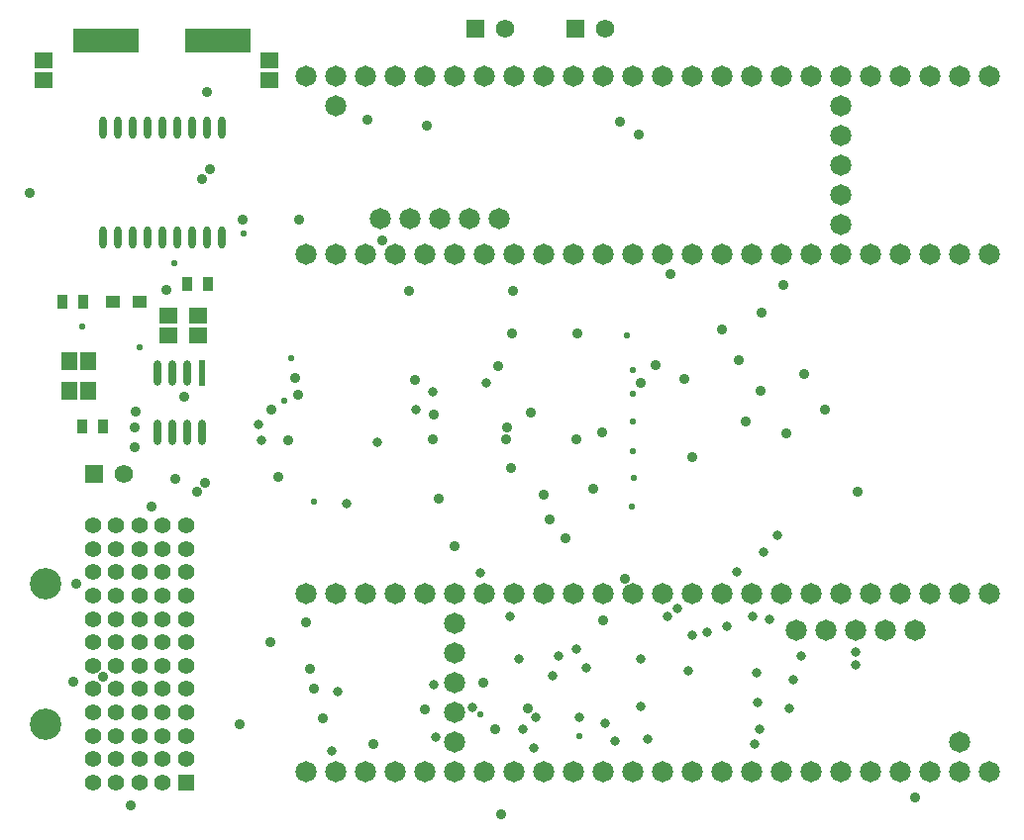
<source format=gts>
G04*
G04 #@! TF.GenerationSoftware,Altium Limited,Altium Designer,22.10.1 (41)*
G04*
G04 Layer_Color=8388736*
%FSLAX44Y44*%
%MOMM*%
G71*
G04*
G04 #@! TF.SameCoordinates,893357DB-CB06-46F0-9665-1AF58A0A3231*
G04*
G04*
G04 #@! TF.FilePolarity,Negative*
G04*
G01*
G75*
%ADD17R,0.8065X1.3082*%
%ADD19R,1.2500X1.1000*%
%ADD20R,0.6080X2.2044*%
G04:AMPARAMS|DCode=21|XSize=2.2044mm|YSize=0.608mm|CornerRadius=0.304mm|HoleSize=0mm|Usage=FLASHONLY|Rotation=270.000|XOffset=0mm|YOffset=0mm|HoleType=Round|Shape=RoundedRectangle|*
%AMROUNDEDRECTD21*
21,1,2.2044,0.0000,0,0,270.0*
21,1,1.5965,0.6080,0,0,270.0*
1,1,0.6080,0.0000,-0.7982*
1,1,0.6080,0.0000,0.7982*
1,1,0.6080,0.0000,0.7982*
1,1,0.6080,0.0000,-0.7982*
%
%ADD21ROUNDEDRECTD21*%
G04:AMPARAMS|DCode=22|XSize=1.9mm|YSize=0.6mm|CornerRadius=0.3mm|HoleSize=0mm|Usage=FLASHONLY|Rotation=270.000|XOffset=0mm|YOffset=0mm|HoleType=Round|Shape=RoundedRectangle|*
%AMROUNDEDRECTD22*
21,1,1.9000,0.0000,0,0,270.0*
21,1,1.3000,0.6000,0,0,270.0*
1,1,0.6000,0.0000,-0.6500*
1,1,0.6000,0.0000,0.6500*
1,1,0.6000,0.0000,0.6500*
1,1,0.6000,0.0000,-0.6500*
%
%ADD22ROUNDEDRECTD22*%
%ADD23R,5.6500X2.1500*%
%ADD24R,1.4000X1.6000*%
%ADD25R,1.6000X1.4000*%
%ADD26C,1.8150*%
%ADD27R,1.3930X1.3930*%
%ADD28C,1.3930*%
%ADD29R,1.5700X1.5700*%
%ADD30C,1.5700*%
%ADD31C,0.8358*%
%ADD32C,0.9120*%
%ADD33C,0.5564*%
%ADD34C,2.6900*%
D17*
X71120Y426720D02*
D03*
X54103D02*
D03*
X37211Y533400D02*
D03*
X54229D02*
D03*
X143891Y548640D02*
D03*
X160909D02*
D03*
D19*
X79690Y533400D02*
D03*
X103190D02*
D03*
D20*
X156210Y472549D02*
D03*
D21*
X143510D02*
D03*
X130810D02*
D03*
X118110D02*
D03*
Y421531D02*
D03*
X130810D02*
D03*
X143510D02*
D03*
X156210D02*
D03*
D22*
X172720Y682000D02*
D03*
X160020D02*
D03*
X147320D02*
D03*
X134620D02*
D03*
X121920D02*
D03*
X109220D02*
D03*
X96520D02*
D03*
X83820D02*
D03*
X71120D02*
D03*
Y588000D02*
D03*
X83820D02*
D03*
X96520D02*
D03*
X109220D02*
D03*
X121920D02*
D03*
X134620D02*
D03*
X147320D02*
D03*
X160020D02*
D03*
X172720D02*
D03*
D23*
X74420Y756920D02*
D03*
X169420D02*
D03*
D24*
X59050Y482600D02*
D03*
X42550D02*
D03*
Y457200D02*
D03*
X59050D02*
D03*
D25*
X127000Y521330D02*
D03*
Y504830D02*
D03*
X152400Y521330D02*
D03*
Y504830D02*
D03*
X213360Y723270D02*
D03*
Y739770D02*
D03*
X20320Y723270D02*
D03*
Y739770D02*
D03*
D26*
X778510Y283210D02*
D03*
X753110D02*
D03*
X727710D02*
D03*
X702310D02*
D03*
X676910D02*
D03*
X651510D02*
D03*
X626110D02*
D03*
X600710D02*
D03*
X575310D02*
D03*
X549910D02*
D03*
X524510D02*
D03*
X499110D02*
D03*
Y130810D02*
D03*
X524510D02*
D03*
X549910D02*
D03*
X575310D02*
D03*
X600710D02*
D03*
X626110D02*
D03*
X651510D02*
D03*
X676910D02*
D03*
X702310D02*
D03*
X727710D02*
D03*
X753110D02*
D03*
X448310Y283210D02*
D03*
X422910D02*
D03*
X397510D02*
D03*
X372110D02*
D03*
X346710D02*
D03*
X321310D02*
D03*
X295910D02*
D03*
X270510D02*
D03*
X245110D02*
D03*
Y130810D02*
D03*
X270510D02*
D03*
X295910D02*
D03*
X321310D02*
D03*
X346710D02*
D03*
X372110D02*
D03*
X397510D02*
D03*
X422910D02*
D03*
X448310D02*
D03*
X473710Y283210D02*
D03*
X372110Y257810D02*
D03*
Y232410D02*
D03*
Y207010D02*
D03*
Y181610D02*
D03*
Y156210D02*
D03*
X664210Y252710D02*
D03*
X689610D02*
D03*
X715010D02*
D03*
X740410D02*
D03*
X765810D02*
D03*
X778510Y130810D02*
D03*
X829310D02*
D03*
X803910Y283210D02*
D03*
Y156210D02*
D03*
X473710Y130810D02*
D03*
X803910D02*
D03*
X829310Y283210D02*
D03*
X295910Y574040D02*
D03*
X321310D02*
D03*
X346710D02*
D03*
X372110D02*
D03*
X397510D02*
D03*
X422910D02*
D03*
X448310D02*
D03*
X473710D02*
D03*
X499110D02*
D03*
X524510D02*
D03*
X549910D02*
D03*
X575310D02*
D03*
Y726440D02*
D03*
X549910D02*
D03*
X524510D02*
D03*
X499110D02*
D03*
X473710D02*
D03*
X448310D02*
D03*
X422910D02*
D03*
X397510D02*
D03*
X372110D02*
D03*
X346710D02*
D03*
X321310D02*
D03*
X626110Y574040D02*
D03*
X651510D02*
D03*
X676910D02*
D03*
X702310D02*
D03*
X727710D02*
D03*
X753110D02*
D03*
X778510D02*
D03*
X803910D02*
D03*
X829310D02*
D03*
Y726440D02*
D03*
X803910D02*
D03*
X778510D02*
D03*
X753110D02*
D03*
X727710D02*
D03*
X702310D02*
D03*
X676910D02*
D03*
X651510D02*
D03*
X626110D02*
D03*
X600710Y574040D02*
D03*
X702310Y599440D02*
D03*
Y624840D02*
D03*
Y650240D02*
D03*
Y675640D02*
D03*
Y701040D02*
D03*
X410210Y604540D02*
D03*
X384810D02*
D03*
X359410D02*
D03*
X334010D02*
D03*
X308610D02*
D03*
X295910Y726440D02*
D03*
X245110D02*
D03*
X270510Y574040D02*
D03*
Y701040D02*
D03*
X600710Y726440D02*
D03*
X270510D02*
D03*
X245110Y574040D02*
D03*
D27*
X142700Y122000D02*
D03*
D28*
Y142000D02*
D03*
Y162000D02*
D03*
Y182000D02*
D03*
Y202000D02*
D03*
Y222000D02*
D03*
Y242000D02*
D03*
Y262000D02*
D03*
Y282000D02*
D03*
Y302000D02*
D03*
Y322000D02*
D03*
Y342000D02*
D03*
X122700Y122000D02*
D03*
Y142000D02*
D03*
Y162000D02*
D03*
Y182000D02*
D03*
Y202000D02*
D03*
Y222000D02*
D03*
Y242000D02*
D03*
Y262000D02*
D03*
Y282000D02*
D03*
Y302000D02*
D03*
Y322000D02*
D03*
Y342000D02*
D03*
X102700Y122000D02*
D03*
Y142000D02*
D03*
Y162000D02*
D03*
Y182000D02*
D03*
Y202000D02*
D03*
Y222000D02*
D03*
Y242000D02*
D03*
Y262000D02*
D03*
Y282000D02*
D03*
Y302000D02*
D03*
Y322000D02*
D03*
Y342000D02*
D03*
X82700Y122000D02*
D03*
Y142000D02*
D03*
Y162000D02*
D03*
Y182000D02*
D03*
Y202000D02*
D03*
Y222000D02*
D03*
Y242000D02*
D03*
Y262000D02*
D03*
Y282000D02*
D03*
Y302000D02*
D03*
Y322000D02*
D03*
Y342000D02*
D03*
X62700Y122000D02*
D03*
Y142000D02*
D03*
Y162000D02*
D03*
Y182000D02*
D03*
Y202000D02*
D03*
Y222000D02*
D03*
Y242000D02*
D03*
Y262000D02*
D03*
Y282000D02*
D03*
Y302000D02*
D03*
Y322000D02*
D03*
Y342000D02*
D03*
D29*
X63500Y386080D02*
D03*
X474980Y767080D02*
D03*
X389890D02*
D03*
D30*
X88900Y386080D02*
D03*
X500380Y767080D02*
D03*
X415290D02*
D03*
D31*
X279400Y360680D02*
D03*
X305697Y413123D02*
D03*
X630405Y215624D02*
D03*
X631006Y190500D02*
D03*
X657987Y185420D02*
D03*
X571500Y217170D02*
D03*
X441833Y177800D02*
D03*
X430530Y167640D02*
D03*
X636270Y318770D02*
D03*
X627187Y263969D02*
D03*
X613410Y302260D02*
D03*
X604647Y255270D02*
D03*
X530860Y227330D02*
D03*
Y186690D02*
D03*
X537210Y158750D02*
D03*
X476250Y236220D02*
D03*
X484759Y219710D02*
D03*
X478790Y177800D02*
D03*
X500380Y172720D02*
D03*
X509270Y157480D02*
D03*
X207010Y415163D02*
D03*
X271780Y199517D02*
D03*
X354424Y205740D02*
D03*
X387350Y186563D02*
D03*
X439420Y151130D02*
D03*
X355600Y161163D02*
D03*
X266700Y148717D02*
D03*
X204470Y428117D02*
D03*
X588010Y250190D02*
D03*
X553720Y264160D02*
D03*
X455930Y213487D02*
D03*
X461010Y229870D02*
D03*
X427084Y227457D02*
D03*
X419100Y264160D02*
D03*
X393700Y300990D02*
D03*
X398780Y463550D02*
D03*
X353060Y455930D02*
D03*
X339090Y440690D02*
D03*
X575310Y247650D02*
D03*
X661670Y209550D02*
D03*
X668020Y229870D02*
D03*
X715010Y222250D02*
D03*
X562610Y270637D02*
D03*
X715010Y233680D02*
D03*
X632460Y167640D02*
D03*
X647700Y333883D02*
D03*
X628650Y154940D02*
D03*
X641350Y261620D02*
D03*
D32*
X229870Y414782D02*
D03*
X406400Y167640D02*
D03*
X396240Y207010D02*
D03*
X346710Y184150D02*
D03*
X434340Y185674D02*
D03*
X497840Y421640D02*
D03*
X309880Y586232D02*
D03*
X476250Y415290D02*
D03*
X490220Y373380D02*
D03*
X765810Y109220D02*
D03*
X8890Y626110D02*
D03*
X530860Y463550D02*
D03*
X125471Y543342D02*
D03*
X48665Y291775D02*
D03*
X568452Y467360D02*
D03*
X575310Y400530D02*
D03*
X156210Y638556D02*
D03*
X529563Y676883D02*
D03*
X448310Y368300D02*
D03*
X633730Y456946D02*
D03*
X420624Y391160D02*
D03*
X422402Y542544D02*
D03*
X332740D02*
D03*
X297180Y688848D02*
D03*
X621284Y431292D02*
D03*
X655320Y421132D02*
D03*
X437388Y438150D02*
D03*
X670814Y471932D02*
D03*
X408940Y478028D02*
D03*
X95250Y102362D02*
D03*
X347980Y684276D02*
D03*
X188214Y171450D02*
D03*
X71120Y212090D02*
D03*
X46482Y208026D02*
D03*
X411988Y94488D02*
D03*
X653117Y548049D02*
D03*
X98806Y425704D02*
D03*
X191008Y604012D02*
D03*
X238832D02*
D03*
X716788Y371094D02*
D03*
X634492Y524002D02*
D03*
X354584Y437134D02*
D03*
X303022Y154940D02*
D03*
X221234Y383540D02*
D03*
X248666Y219202D02*
D03*
X151638Y370586D02*
D03*
X353568Y415290D02*
D03*
X358648Y364744D02*
D03*
X416306Y415290D02*
D03*
X113284Y358394D02*
D03*
X466852Y330708D02*
D03*
X453136Y346710D02*
D03*
X477266Y505968D02*
D03*
X600710Y510032D02*
D03*
X133096Y382016D02*
D03*
X140716Y451866D02*
D03*
X499110Y260350D02*
D03*
X517906Y296672D02*
D03*
X544068Y479044D02*
D03*
X614680Y483070D02*
D03*
X688340Y440944D02*
D03*
X513080Y687578D02*
D03*
X556768Y557276D02*
D03*
X259080Y177292D02*
D03*
X338074Y466090D02*
D03*
X421132Y505968D02*
D03*
X417068Y425570D02*
D03*
X98806Y409194D02*
D03*
X99060Y439674D02*
D03*
X236049Y468293D02*
D03*
X372110Y324104D02*
D03*
X251968Y202184D02*
D03*
X158496Y378460D02*
D03*
X237998Y453390D02*
D03*
X245110Y259080D02*
D03*
X214376Y242000D02*
D03*
X215392Y440690D02*
D03*
X163068Y646430D02*
D03*
X160528Y712724D02*
D03*
D33*
X519430Y504190D02*
D03*
X524510Y430530D02*
D03*
Y454660D02*
D03*
Y474980D02*
D03*
Y405130D02*
D03*
X525272Y382270D02*
D03*
X523240Y358140D02*
D03*
X393700Y180340D02*
D03*
X478790Y161290D02*
D03*
X251460Y361950D02*
D03*
X226060Y448310D02*
D03*
X232410Y485140D02*
D03*
X191893Y591984D02*
D03*
X132203Y566584D02*
D03*
X102993Y494194D02*
D03*
X53340Y511810D02*
D03*
D34*
X22700Y172000D02*
D03*
Y292000D02*
D03*
M02*

</source>
